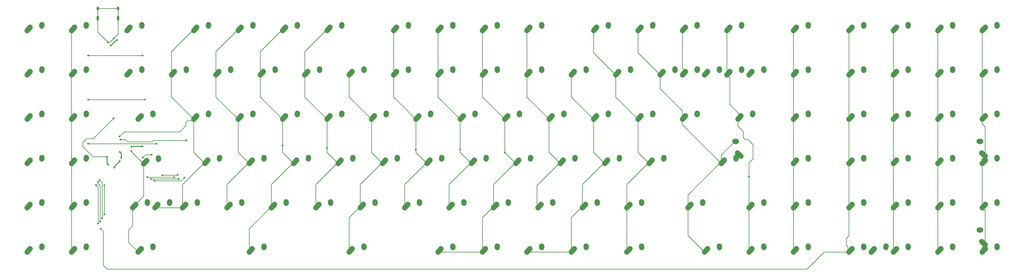
<source format=gtl>
G04 #@! TF.GenerationSoftware,KiCad,Pcbnew,(5.0.0-rc2-dev-733-g23a9fcd91)*
G04 #@! TF.CreationDate,2018-05-31T02:42:35-04:00*
G04 #@! TF.ProjectId,100plus,313030706C75732E6B696361645F7063,rev?*
G04 #@! TF.SameCoordinates,Original*
G04 #@! TF.FileFunction,Copper,L1,Top,Signal*
G04 #@! TF.FilePolarity,Positive*
%FSLAX45Y45*%
G04 Gerber Fmt 4.5, Leading zero omitted, Abs format (unit mm)*
G04 Created by KiCad (PCBNEW (5.0.0-rc2-dev-733-g23a9fcd91)) date 05/31/18 02:42:35*
%MOMM*%
%LPD*%
G01*
G04 APERTURE LIST*
%ADD10C,2.250000*%
%ADD11C,2.250000*%
%ADD12O,1.000000X2.100000*%
%ADD13O,1.000000X1.600000*%
%ADD14C,0.800000*%
%ADD15C,0.250000*%
%ADD16C,0.400000*%
G04 APERTURE END LIST*
D10*
X11682000Y-14300625D03*
D11*
X11680000Y-14329625D02*
X11684000Y-14271625D01*
D10*
X11684000Y-14271625D03*
X11114500Y-14452625D03*
D11*
X11049000Y-14525625D02*
X11180000Y-14379625D01*
D10*
X11180000Y-14379625D03*
X35945000Y-14363750D03*
X35879500Y-14436750D03*
D11*
X35814000Y-14509750D02*
X35945000Y-14363750D01*
D10*
X36449000Y-14255750D03*
X36447000Y-14284750D03*
D11*
X36445000Y-14313750D02*
X36449000Y-14255750D01*
D12*
X9085380Y-8259900D03*
X9949380Y-8259900D03*
D13*
X9085380Y-7841900D03*
X9949380Y-7841900D03*
D10*
X6179375Y-8648750D03*
X6113875Y-8721750D03*
D11*
X6048375Y-8794750D02*
X6179375Y-8648750D01*
D10*
X6683375Y-8540750D03*
X6681375Y-8569750D03*
D11*
X6679375Y-8598750D02*
X6683375Y-8540750D01*
D10*
X8084375Y-8648750D03*
X8018875Y-8721750D03*
D11*
X7953375Y-8794750D02*
X8084375Y-8648750D01*
D10*
X8588375Y-8540750D03*
X8586375Y-8569750D03*
D11*
X8584375Y-8598750D02*
X8588375Y-8540750D01*
D10*
X10967625Y-8569750D03*
D11*
X10965625Y-8598750D02*
X10969625Y-8540750D01*
D10*
X10969625Y-8540750D03*
X10400125Y-8721750D03*
D11*
X10334625Y-8794750D02*
X10465625Y-8648750D01*
D10*
X10465625Y-8648750D03*
X13323125Y-8648750D03*
X13257625Y-8721750D03*
D11*
X13192125Y-8794750D02*
X13323125Y-8648750D01*
D10*
X13827125Y-8540750D03*
X13825125Y-8569750D03*
D11*
X13823125Y-8598750D02*
X13827125Y-8540750D01*
D10*
X15228125Y-8648750D03*
X15162625Y-8721750D03*
D11*
X15097125Y-8794750D02*
X15228125Y-8648750D01*
D10*
X15732125Y-8540750D03*
X15730125Y-8569750D03*
D11*
X15728125Y-8598750D02*
X15732125Y-8540750D01*
D10*
X17635125Y-8569750D03*
D11*
X17633125Y-8598750D02*
X17637125Y-8540750D01*
D10*
X17637125Y-8540750D03*
X17067625Y-8721750D03*
D11*
X17002125Y-8794750D02*
X17133125Y-8648750D01*
D10*
X17133125Y-8648750D03*
X19540125Y-8569750D03*
D11*
X19538125Y-8598750D02*
X19542125Y-8540750D01*
D10*
X19542125Y-8540750D03*
X18972625Y-8721750D03*
D11*
X18907125Y-8794750D02*
X19038125Y-8648750D01*
D10*
X19038125Y-8648750D03*
X21895625Y-8648750D03*
X21830125Y-8721750D03*
D11*
X21764625Y-8794750D02*
X21895625Y-8648750D01*
D10*
X22399625Y-8540750D03*
X22397625Y-8569750D03*
D11*
X22395625Y-8598750D02*
X22399625Y-8540750D01*
D10*
X24302625Y-8569750D03*
D11*
X24300625Y-8598750D02*
X24304625Y-8540750D01*
D10*
X24304625Y-8540750D03*
X23735125Y-8721750D03*
D11*
X23669625Y-8794750D02*
X23800625Y-8648750D01*
D10*
X23800625Y-8648750D03*
X25705625Y-8648750D03*
X25640125Y-8721750D03*
D11*
X25574625Y-8794750D02*
X25705625Y-8648750D01*
D10*
X26209625Y-8540750D03*
X26207625Y-8569750D03*
D11*
X26205625Y-8598750D02*
X26209625Y-8540750D01*
D10*
X27610625Y-8648750D03*
X27545125Y-8721750D03*
D11*
X27479625Y-8794750D02*
X27610625Y-8648750D01*
D10*
X28114625Y-8540750D03*
X28112625Y-8569750D03*
D11*
X28110625Y-8598750D02*
X28114625Y-8540750D01*
D10*
X30970125Y-8569750D03*
D11*
X30968125Y-8598750D02*
X30972125Y-8540750D01*
D10*
X30972125Y-8540750D03*
X30402625Y-8721750D03*
D11*
X30337125Y-8794750D02*
X30468125Y-8648750D01*
D10*
X30468125Y-8648750D03*
X32373125Y-8648750D03*
X32307625Y-8721750D03*
D11*
X32242125Y-8794750D02*
X32373125Y-8648750D01*
D10*
X32877125Y-8540750D03*
X32875125Y-8569750D03*
D11*
X32873125Y-8598750D02*
X32877125Y-8540750D01*
D10*
X34780125Y-8569750D03*
D11*
X34778125Y-8598750D02*
X34782125Y-8540750D01*
D10*
X34782125Y-8540750D03*
X34212625Y-8721750D03*
D11*
X34147125Y-8794750D02*
X34278125Y-8648750D01*
D10*
X34278125Y-8648750D03*
X36685125Y-8569750D03*
D11*
X36683125Y-8598750D02*
X36687125Y-8540750D01*
D10*
X36687125Y-8540750D03*
X36117625Y-8721750D03*
D11*
X36052125Y-8794750D02*
X36183125Y-8648750D01*
D10*
X36183125Y-8648750D03*
X39040625Y-8648750D03*
X38975125Y-8721750D03*
D11*
X38909625Y-8794750D02*
X39040625Y-8648750D01*
D10*
X39544625Y-8540750D03*
X39542625Y-8569750D03*
D11*
X39540625Y-8598750D02*
X39544625Y-8540750D01*
D10*
X41421875Y-8648750D03*
X41356375Y-8721750D03*
D11*
X41290875Y-8794750D02*
X41421875Y-8648750D01*
D10*
X41925875Y-8540750D03*
X41923875Y-8569750D03*
D11*
X41921875Y-8598750D02*
X41925875Y-8540750D01*
D10*
X43326875Y-8648750D03*
X43261375Y-8721750D03*
D11*
X43195875Y-8794750D02*
X43326875Y-8648750D01*
D10*
X43830875Y-8540750D03*
X43828875Y-8569750D03*
D11*
X43826875Y-8598750D02*
X43830875Y-8540750D01*
D10*
X45733875Y-8569750D03*
D11*
X45731875Y-8598750D02*
X45735875Y-8540750D01*
D10*
X45735875Y-8540750D03*
X45166375Y-8721750D03*
D11*
X45100875Y-8794750D02*
X45231875Y-8648750D01*
D10*
X45231875Y-8648750D03*
X47638875Y-8569750D03*
D11*
X47636875Y-8598750D02*
X47640875Y-8540750D01*
D10*
X47640875Y-8540750D03*
X47071375Y-8721750D03*
D11*
X47005875Y-8794750D02*
X47136875Y-8648750D01*
D10*
X47136875Y-8648750D03*
X6681375Y-10474750D03*
D11*
X6679375Y-10503750D02*
X6683375Y-10445750D01*
D10*
X6683375Y-10445750D03*
X6113875Y-10626750D03*
D11*
X6048375Y-10699750D02*
X6179375Y-10553750D01*
D10*
X6179375Y-10553750D03*
X8084375Y-10553750D03*
X8018875Y-10626750D03*
D11*
X7953375Y-10699750D02*
X8084375Y-10553750D01*
D10*
X8588375Y-10445750D03*
X8586375Y-10474750D03*
D11*
X8584375Y-10503750D02*
X8588375Y-10445750D01*
D10*
X10967625Y-10474750D03*
D11*
X10965625Y-10503750D02*
X10969625Y-10445750D01*
D10*
X10969625Y-10445750D03*
X10400125Y-10626750D03*
D11*
X10334625Y-10699750D02*
X10465625Y-10553750D01*
D10*
X10465625Y-10553750D03*
X12370625Y-10553750D03*
X12305125Y-10626750D03*
D11*
X12239625Y-10699750D02*
X12370625Y-10553750D01*
D10*
X12874625Y-10445750D03*
X12872625Y-10474750D03*
D11*
X12870625Y-10503750D02*
X12874625Y-10445750D01*
D10*
X14275625Y-10553750D03*
X14210125Y-10626750D03*
D11*
X14144625Y-10699750D02*
X14275625Y-10553750D01*
D10*
X14779625Y-10445750D03*
X14777625Y-10474750D03*
D11*
X14775625Y-10503750D02*
X14779625Y-10445750D01*
D10*
X16682625Y-10474750D03*
D11*
X16680625Y-10503750D02*
X16684625Y-10445750D01*
D10*
X16684625Y-10445750D03*
X16115125Y-10626750D03*
D11*
X16049625Y-10699750D02*
X16180625Y-10553750D01*
D10*
X16180625Y-10553750D03*
X18587625Y-10474750D03*
D11*
X18585625Y-10503750D02*
X18589625Y-10445750D01*
D10*
X18589625Y-10445750D03*
X18020125Y-10626750D03*
D11*
X17954625Y-10699750D02*
X18085625Y-10553750D01*
D10*
X18085625Y-10553750D03*
X19990625Y-10553750D03*
X19925125Y-10626750D03*
D11*
X19859625Y-10699750D02*
X19990625Y-10553750D01*
D10*
X20494625Y-10445750D03*
X20492625Y-10474750D03*
D11*
X20490625Y-10503750D02*
X20494625Y-10445750D01*
D10*
X22397625Y-10474750D03*
D11*
X22395625Y-10503750D02*
X22399625Y-10445750D01*
D10*
X22399625Y-10445750D03*
X21830125Y-10626750D03*
D11*
X21764625Y-10699750D02*
X21895625Y-10553750D01*
D10*
X21895625Y-10553750D03*
X23800625Y-10553750D03*
X23735125Y-10626750D03*
D11*
X23669625Y-10699750D02*
X23800625Y-10553750D01*
D10*
X24304625Y-10445750D03*
X24302625Y-10474750D03*
D11*
X24300625Y-10503750D02*
X24304625Y-10445750D01*
D10*
X26207625Y-10474750D03*
D11*
X26205625Y-10503750D02*
X26209625Y-10445750D01*
D10*
X26209625Y-10445750D03*
X25640125Y-10626750D03*
D11*
X25574625Y-10699750D02*
X25705625Y-10553750D01*
D10*
X25705625Y-10553750D03*
X28112625Y-10474750D03*
D11*
X28110625Y-10503750D02*
X28114625Y-10445750D01*
D10*
X28114625Y-10445750D03*
X27545125Y-10626750D03*
D11*
X27479625Y-10699750D02*
X27610625Y-10553750D01*
D10*
X27610625Y-10553750D03*
X29515625Y-10553750D03*
X29450125Y-10626750D03*
D11*
X29384625Y-10699750D02*
X29515625Y-10553750D01*
D10*
X30019625Y-10445750D03*
X30017625Y-10474750D03*
D11*
X30015625Y-10503750D02*
X30019625Y-10445750D01*
D10*
X31922625Y-10474750D03*
D11*
X31920625Y-10503750D02*
X31924625Y-10445750D01*
D10*
X31924625Y-10445750D03*
X31355125Y-10626750D03*
D11*
X31289625Y-10699750D02*
X31420625Y-10553750D01*
D10*
X31420625Y-10553750D03*
X33325625Y-10553750D03*
X33260125Y-10626750D03*
D11*
X33194625Y-10699750D02*
X33325625Y-10553750D01*
D10*
X33829625Y-10445750D03*
X33827625Y-10474750D03*
D11*
X33825625Y-10503750D02*
X33829625Y-10445750D01*
D10*
X35230625Y-10553750D03*
X35165125Y-10626750D03*
D11*
X35099625Y-10699750D02*
X35230625Y-10553750D01*
D10*
X35734625Y-10445750D03*
X35732625Y-10474750D03*
D11*
X35730625Y-10503750D02*
X35734625Y-10445750D01*
D10*
X37135625Y-10553750D03*
X37070125Y-10626750D03*
D11*
X37004625Y-10699750D02*
X37135625Y-10553750D01*
D10*
X37639625Y-10445750D03*
X37637625Y-10474750D03*
D11*
X37635625Y-10503750D02*
X37639625Y-10445750D01*
D10*
X39542625Y-10474750D03*
D11*
X39540625Y-10503750D02*
X39544625Y-10445750D01*
D10*
X39544625Y-10445750D03*
X38975125Y-10626750D03*
D11*
X38909625Y-10699750D02*
X39040625Y-10553750D01*
D10*
X39040625Y-10553750D03*
X41923875Y-10474750D03*
D11*
X41921875Y-10503750D02*
X41925875Y-10445750D01*
D10*
X41925875Y-10445750D03*
X41356375Y-10626750D03*
D11*
X41290875Y-10699750D02*
X41421875Y-10553750D01*
D10*
X41421875Y-10553750D03*
X43326875Y-10553750D03*
X43261375Y-10626750D03*
D11*
X43195875Y-10699750D02*
X43326875Y-10553750D01*
D10*
X43830875Y-10445750D03*
X43828875Y-10474750D03*
D11*
X43826875Y-10503750D02*
X43830875Y-10445750D01*
D10*
X45231875Y-10553750D03*
X45166375Y-10626750D03*
D11*
X45100875Y-10699750D02*
X45231875Y-10553750D01*
D10*
X45735875Y-10445750D03*
X45733875Y-10474750D03*
D11*
X45731875Y-10503750D02*
X45735875Y-10445750D01*
D10*
X47136875Y-10553750D03*
X47071375Y-10626750D03*
D11*
X47005875Y-10699750D02*
X47136875Y-10553750D01*
D10*
X47640875Y-10445750D03*
X47638875Y-10474750D03*
D11*
X47636875Y-10503750D02*
X47640875Y-10445750D01*
D10*
X6681375Y-12379750D03*
D11*
X6679375Y-12408750D02*
X6683375Y-12350750D01*
D10*
X6683375Y-12350750D03*
X6113875Y-12531750D03*
D11*
X6048375Y-12604750D02*
X6179375Y-12458750D01*
D10*
X6179375Y-12458750D03*
X8084375Y-12458750D03*
X8018875Y-12531750D03*
D11*
X7953375Y-12604750D02*
X8084375Y-12458750D01*
D10*
X8588375Y-12350750D03*
X8586375Y-12379750D03*
D11*
X8584375Y-12408750D02*
X8588375Y-12350750D01*
D10*
X11443875Y-12379750D03*
D11*
X11441875Y-12408750D02*
X11445875Y-12350750D01*
D10*
X11445875Y-12350750D03*
X10876375Y-12531750D03*
D11*
X10810875Y-12604750D02*
X10941875Y-12458750D01*
D10*
X10941875Y-12458750D03*
X13323125Y-12458750D03*
X13257625Y-12531750D03*
D11*
X13192125Y-12604750D02*
X13323125Y-12458750D01*
D10*
X13827125Y-12350750D03*
X13825125Y-12379750D03*
D11*
X13823125Y-12408750D02*
X13827125Y-12350750D01*
D10*
X15228125Y-12458750D03*
X15162625Y-12531750D03*
D11*
X15097125Y-12604750D02*
X15228125Y-12458750D01*
D10*
X15732125Y-12350750D03*
X15730125Y-12379750D03*
D11*
X15728125Y-12408750D02*
X15732125Y-12350750D01*
D10*
X17635125Y-12379750D03*
D11*
X17633125Y-12408750D02*
X17637125Y-12350750D01*
D10*
X17637125Y-12350750D03*
X17067625Y-12531750D03*
D11*
X17002125Y-12604750D02*
X17133125Y-12458750D01*
D10*
X17133125Y-12458750D03*
X19540125Y-12379750D03*
D11*
X19538125Y-12408750D02*
X19542125Y-12350750D01*
D10*
X19542125Y-12350750D03*
X18972625Y-12531750D03*
D11*
X18907125Y-12604750D02*
X19038125Y-12458750D01*
D10*
X19038125Y-12458750D03*
X20943125Y-12458750D03*
X20877625Y-12531750D03*
D11*
X20812125Y-12604750D02*
X20943125Y-12458750D01*
D10*
X21447125Y-12350750D03*
X21445125Y-12379750D03*
D11*
X21443125Y-12408750D02*
X21447125Y-12350750D01*
D10*
X22848125Y-12458750D03*
X22782625Y-12531750D03*
D11*
X22717125Y-12604750D02*
X22848125Y-12458750D01*
D10*
X23352125Y-12350750D03*
X23350125Y-12379750D03*
D11*
X23348125Y-12408750D02*
X23352125Y-12350750D01*
D10*
X24753125Y-12458750D03*
X24687625Y-12531750D03*
D11*
X24622125Y-12604750D02*
X24753125Y-12458750D01*
D10*
X25257125Y-12350750D03*
X25255125Y-12379750D03*
D11*
X25253125Y-12408750D02*
X25257125Y-12350750D01*
D10*
X27160125Y-12379750D03*
D11*
X27158125Y-12408750D02*
X27162125Y-12350750D01*
D10*
X27162125Y-12350750D03*
X26592625Y-12531750D03*
D11*
X26527125Y-12604750D02*
X26658125Y-12458750D01*
D10*
X26658125Y-12458750D03*
X29065125Y-12379750D03*
D11*
X29063125Y-12408750D02*
X29067125Y-12350750D01*
D10*
X29067125Y-12350750D03*
X28497625Y-12531750D03*
D11*
X28432125Y-12604750D02*
X28563125Y-12458750D01*
D10*
X28563125Y-12458750D03*
X30468125Y-12458750D03*
X30402625Y-12531750D03*
D11*
X30337125Y-12604750D02*
X30468125Y-12458750D01*
D10*
X30972125Y-12350750D03*
X30970125Y-12379750D03*
D11*
X30968125Y-12408750D02*
X30972125Y-12350750D01*
D10*
X32373125Y-12458750D03*
X32307625Y-12531750D03*
D11*
X32242125Y-12604750D02*
X32373125Y-12458750D01*
D10*
X32877125Y-12350750D03*
X32875125Y-12379750D03*
D11*
X32873125Y-12408750D02*
X32877125Y-12350750D01*
D10*
X34780125Y-12379750D03*
D11*
X34778125Y-12408750D02*
X34782125Y-12350750D01*
D10*
X34782125Y-12350750D03*
X34212625Y-12531750D03*
D11*
X34147125Y-12604750D02*
X34278125Y-12458750D01*
D10*
X34278125Y-12458750D03*
X37161375Y-12379750D03*
D11*
X37159375Y-12408750D02*
X37163375Y-12350750D01*
D10*
X37163375Y-12350750D03*
X36593875Y-12531750D03*
D11*
X36528375Y-12604750D02*
X36659375Y-12458750D01*
D10*
X36659375Y-12458750D03*
X39542625Y-12379750D03*
D11*
X39540625Y-12408750D02*
X39544625Y-12350750D01*
D10*
X39544625Y-12350750D03*
X38975125Y-12531750D03*
D11*
X38909625Y-12604750D02*
X39040625Y-12458750D01*
D10*
X39040625Y-12458750D03*
X41421875Y-12458750D03*
X41356375Y-12531750D03*
D11*
X41290875Y-12604750D02*
X41421875Y-12458750D01*
D10*
X41925875Y-12350750D03*
X41923875Y-12379750D03*
D11*
X41921875Y-12408750D02*
X41925875Y-12350750D01*
D10*
X43326875Y-12458750D03*
X43261375Y-12531750D03*
D11*
X43195875Y-12604750D02*
X43326875Y-12458750D01*
D10*
X43830875Y-12350750D03*
X43828875Y-12379750D03*
D11*
X43826875Y-12408750D02*
X43830875Y-12350750D01*
D10*
X45733875Y-12379750D03*
D11*
X45731875Y-12408750D02*
X45735875Y-12350750D01*
D10*
X45735875Y-12350750D03*
X45166375Y-12531750D03*
D11*
X45100875Y-12604750D02*
X45231875Y-12458750D01*
D10*
X45231875Y-12458750D03*
X47136875Y-12458750D03*
X47071375Y-12531750D03*
D11*
X47005875Y-12604750D02*
X47136875Y-12458750D01*
D10*
X47640875Y-12350750D03*
X47638875Y-12379750D03*
D11*
X47636875Y-12408750D02*
X47640875Y-12350750D01*
D10*
X46986875Y-14061250D03*
X47059875Y-14126750D03*
D11*
X47132875Y-14192250D02*
X46986875Y-14061250D01*
D10*
X46878875Y-13557250D03*
X46907875Y-13559250D03*
D11*
X46936875Y-13561250D02*
X46878875Y-13557250D01*
D10*
X6179375Y-14363750D03*
X6113875Y-14436750D03*
D11*
X6048375Y-14509750D02*
X6179375Y-14363750D01*
D10*
X6683375Y-14255750D03*
X6681375Y-14284750D03*
D11*
X6679375Y-14313750D02*
X6683375Y-14255750D01*
D10*
X8586375Y-14284750D03*
D11*
X8584375Y-14313750D02*
X8588375Y-14255750D01*
D10*
X8588375Y-14255750D03*
X8018875Y-14436750D03*
D11*
X7953375Y-14509750D02*
X8084375Y-14363750D01*
D10*
X8084375Y-14363750D03*
X14301375Y-14284750D03*
D11*
X14299375Y-14313750D02*
X14303375Y-14255750D01*
D10*
X14303375Y-14255750D03*
X13733875Y-14436750D03*
D11*
X13668375Y-14509750D02*
X13799375Y-14363750D01*
D10*
X13799375Y-14363750D03*
X15704375Y-14363750D03*
X15638875Y-14436750D03*
D11*
X15573375Y-14509750D02*
X15704375Y-14363750D01*
D10*
X16208375Y-14255750D03*
X16206375Y-14284750D03*
D11*
X16204375Y-14313750D02*
X16208375Y-14255750D01*
D10*
X17609375Y-14363750D03*
X17543875Y-14436750D03*
D11*
X17478375Y-14509750D02*
X17609375Y-14363750D01*
D10*
X18113375Y-14255750D03*
X18111375Y-14284750D03*
D11*
X18109375Y-14313750D02*
X18113375Y-14255750D01*
D10*
X20016375Y-14284750D03*
D11*
X20014375Y-14313750D02*
X20018375Y-14255750D01*
D10*
X20018375Y-14255750D03*
X19448875Y-14436750D03*
D11*
X19383375Y-14509750D02*
X19514375Y-14363750D01*
D10*
X19514375Y-14363750D03*
X21419375Y-14363750D03*
X21353875Y-14436750D03*
D11*
X21288375Y-14509750D02*
X21419375Y-14363750D01*
D10*
X21923375Y-14255750D03*
X21921375Y-14284750D03*
D11*
X21919375Y-14313750D02*
X21923375Y-14255750D01*
D10*
X23324375Y-14363750D03*
X23258875Y-14436750D03*
D11*
X23193375Y-14509750D02*
X23324375Y-14363750D01*
D10*
X23828375Y-14255750D03*
X23826375Y-14284750D03*
D11*
X23824375Y-14313750D02*
X23828375Y-14255750D01*
D10*
X25229375Y-14363750D03*
X25163875Y-14436750D03*
D11*
X25098375Y-14509750D02*
X25229375Y-14363750D01*
D10*
X25733375Y-14255750D03*
X25731375Y-14284750D03*
D11*
X25729375Y-14313750D02*
X25733375Y-14255750D01*
D10*
X27636375Y-14284750D03*
D11*
X27634375Y-14313750D02*
X27638375Y-14255750D01*
D10*
X27638375Y-14255750D03*
X27068875Y-14436750D03*
D11*
X27003375Y-14509750D02*
X27134375Y-14363750D01*
D10*
X27134375Y-14363750D03*
X29541375Y-14284750D03*
D11*
X29539375Y-14313750D02*
X29543375Y-14255750D01*
D10*
X29543375Y-14255750D03*
X28973875Y-14436750D03*
D11*
X28908375Y-14509750D02*
X29039375Y-14363750D01*
D10*
X29039375Y-14363750D03*
X30944375Y-14363750D03*
X30878875Y-14436750D03*
D11*
X30813375Y-14509750D02*
X30944375Y-14363750D01*
D10*
X31448375Y-14255750D03*
X31446375Y-14284750D03*
D11*
X31444375Y-14313750D02*
X31448375Y-14255750D01*
D10*
X33351375Y-14284750D03*
D11*
X33349375Y-14313750D02*
X33353375Y-14255750D01*
D10*
X33353375Y-14255750D03*
X32783875Y-14436750D03*
D11*
X32718375Y-14509750D02*
X32849375Y-14363750D01*
D10*
X32849375Y-14363750D03*
X39040625Y-14363750D03*
X38975125Y-14436750D03*
D11*
X38909625Y-14509750D02*
X39040625Y-14363750D01*
D10*
X39544625Y-14255750D03*
X39542625Y-14284750D03*
D11*
X39540625Y-14313750D02*
X39544625Y-14255750D01*
D10*
X41923875Y-14284750D03*
D11*
X41921875Y-14313750D02*
X41925875Y-14255750D01*
D10*
X41925875Y-14255750D03*
X41356375Y-14436750D03*
D11*
X41290875Y-14509750D02*
X41421875Y-14363750D01*
D10*
X41421875Y-14363750D03*
X43326875Y-14363750D03*
X43261375Y-14436750D03*
D11*
X43195875Y-14509750D02*
X43326875Y-14363750D01*
D10*
X43830875Y-14255750D03*
X43828875Y-14284750D03*
D11*
X43826875Y-14313750D02*
X43830875Y-14255750D01*
D10*
X45733875Y-14284750D03*
D11*
X45731875Y-14313750D02*
X45735875Y-14255750D01*
D10*
X45735875Y-14255750D03*
X45166375Y-14436750D03*
D11*
X45100875Y-14509750D02*
X45231875Y-14363750D01*
D10*
X45231875Y-14363750D03*
X47136875Y-14363750D03*
X47071375Y-14436750D03*
D11*
X47005875Y-14509750D02*
X47136875Y-14363750D01*
D10*
X47640875Y-14255750D03*
X47638875Y-14284750D03*
D11*
X47636875Y-14313750D02*
X47640875Y-14255750D01*
D10*
X6681375Y-16189750D03*
D11*
X6679375Y-16218750D02*
X6683375Y-16160750D01*
D10*
X6683375Y-16160750D03*
X6113875Y-16341750D03*
D11*
X6048375Y-16414750D02*
X6179375Y-16268750D01*
D10*
X6179375Y-16268750D03*
X8084375Y-16268750D03*
X8018875Y-16341750D03*
D11*
X7953375Y-16414750D02*
X8084375Y-16268750D01*
D10*
X8588375Y-16160750D03*
X8586375Y-16189750D03*
D11*
X8584375Y-16218750D02*
X8588375Y-16160750D01*
D10*
X11205750Y-16189750D03*
D11*
X11203750Y-16218750D02*
X11207750Y-16160750D01*
D10*
X11207750Y-16160750D03*
X10638250Y-16341750D03*
D11*
X10572750Y-16414750D02*
X10703750Y-16268750D01*
D10*
X10703750Y-16268750D03*
X12158250Y-16189750D03*
D11*
X12156250Y-16218750D02*
X12160250Y-16160750D01*
D10*
X12160250Y-16160750D03*
X11590750Y-16341750D03*
D11*
X11525250Y-16414750D02*
X11656250Y-16268750D01*
D10*
X11656250Y-16268750D03*
X15253875Y-16189750D03*
D11*
X15251875Y-16218750D02*
X15255875Y-16160750D01*
D10*
X15255875Y-16160750D03*
X14686375Y-16341750D03*
D11*
X14620875Y-16414750D02*
X14751875Y-16268750D01*
D10*
X14751875Y-16268750D03*
X17158875Y-16189750D03*
D11*
X17156875Y-16218750D02*
X17160875Y-16160750D01*
D10*
X17160875Y-16160750D03*
X16591375Y-16341750D03*
D11*
X16525875Y-16414750D02*
X16656875Y-16268750D01*
D10*
X16656875Y-16268750D03*
X18561875Y-16268750D03*
X18496375Y-16341750D03*
D11*
X18430875Y-16414750D02*
X18561875Y-16268750D01*
D10*
X19065875Y-16160750D03*
X19063875Y-16189750D03*
D11*
X19061875Y-16218750D02*
X19065875Y-16160750D01*
D10*
X20968875Y-16189750D03*
D11*
X20966875Y-16218750D02*
X20970875Y-16160750D01*
D10*
X20970875Y-16160750D03*
X20401375Y-16341750D03*
D11*
X20335875Y-16414750D02*
X20466875Y-16268750D01*
D10*
X20466875Y-16268750D03*
X22371875Y-16268750D03*
X22306375Y-16341750D03*
D11*
X22240875Y-16414750D02*
X22371875Y-16268750D01*
D10*
X22875875Y-16160750D03*
X22873875Y-16189750D03*
D11*
X22871875Y-16218750D02*
X22875875Y-16160750D01*
D10*
X24778875Y-16189750D03*
D11*
X24776875Y-16218750D02*
X24780875Y-16160750D01*
D10*
X24780875Y-16160750D03*
X24211375Y-16341750D03*
D11*
X24145875Y-16414750D02*
X24276875Y-16268750D01*
D10*
X24276875Y-16268750D03*
X26181875Y-16268750D03*
X26116375Y-16341750D03*
D11*
X26050875Y-16414750D02*
X26181875Y-16268750D01*
D10*
X26685875Y-16160750D03*
X26683875Y-16189750D03*
D11*
X26681875Y-16218750D02*
X26685875Y-16160750D01*
D10*
X28588875Y-16189750D03*
D11*
X28586875Y-16218750D02*
X28590875Y-16160750D01*
D10*
X28590875Y-16160750D03*
X28021375Y-16341750D03*
D11*
X27955875Y-16414750D02*
X28086875Y-16268750D01*
D10*
X28086875Y-16268750D03*
X29991875Y-16268750D03*
X29926375Y-16341750D03*
D11*
X29860875Y-16414750D02*
X29991875Y-16268750D01*
D10*
X30495875Y-16160750D03*
X30493875Y-16189750D03*
D11*
X30491875Y-16218750D02*
X30495875Y-16160750D01*
D10*
X31896875Y-16268750D03*
X31831375Y-16341750D03*
D11*
X31765875Y-16414750D02*
X31896875Y-16268750D01*
D10*
X32400875Y-16160750D03*
X32398875Y-16189750D03*
D11*
X32396875Y-16218750D02*
X32400875Y-16160750D01*
D10*
X35018250Y-16189750D03*
D11*
X35016250Y-16218750D02*
X35020250Y-16160750D01*
D10*
X35020250Y-16160750D03*
X34450750Y-16341750D03*
D11*
X34385250Y-16414750D02*
X34516250Y-16268750D01*
D10*
X34516250Y-16268750D03*
X37637625Y-16189750D03*
D11*
X37635625Y-16218750D02*
X37639625Y-16160750D01*
D10*
X37639625Y-16160750D03*
X37070125Y-16341750D03*
D11*
X37004625Y-16414750D02*
X37135625Y-16268750D01*
D10*
X37135625Y-16268750D03*
X39040625Y-16268750D03*
X38975125Y-16341750D03*
D11*
X38909625Y-16414750D02*
X39040625Y-16268750D01*
D10*
X39544625Y-16160750D03*
X39542625Y-16189750D03*
D11*
X39540625Y-16218750D02*
X39544625Y-16160750D01*
D10*
X41923875Y-16189750D03*
D11*
X41921875Y-16218750D02*
X41925875Y-16160750D01*
D10*
X41925875Y-16160750D03*
X41356375Y-16341750D03*
D11*
X41290875Y-16414750D02*
X41421875Y-16268750D01*
D10*
X41421875Y-16268750D03*
X43326875Y-16268750D03*
X43261375Y-16341750D03*
D11*
X43195875Y-16414750D02*
X43326875Y-16268750D01*
D10*
X43830875Y-16160750D03*
X43828875Y-16189750D03*
D11*
X43826875Y-16218750D02*
X43830875Y-16160750D01*
D10*
X45733875Y-16189750D03*
D11*
X45731875Y-16218750D02*
X45735875Y-16160750D01*
D10*
X45735875Y-16160750D03*
X45166375Y-16341750D03*
D11*
X45100875Y-16414750D02*
X45231875Y-16268750D01*
D10*
X45231875Y-16268750D03*
X47638875Y-16189750D03*
D11*
X47636875Y-16218750D02*
X47640875Y-16160750D01*
D10*
X47640875Y-16160750D03*
X47071375Y-16341750D03*
D11*
X47005875Y-16414750D02*
X47136875Y-16268750D01*
D10*
X47136875Y-16268750D03*
X13348875Y-16189750D03*
D11*
X13346875Y-16218750D02*
X13350875Y-16160750D01*
D10*
X13350875Y-16160750D03*
X12781375Y-16341750D03*
D11*
X12715875Y-16414750D02*
X12846875Y-16268750D01*
D10*
X12846875Y-16268750D03*
X46907875Y-17369250D03*
D11*
X46936875Y-17371250D02*
X46878875Y-17367250D01*
D10*
X46878875Y-17367250D03*
X47059875Y-17936750D03*
D11*
X47132875Y-18002250D02*
X46986875Y-17871250D01*
D10*
X46986875Y-17871250D03*
X24302625Y-18094750D03*
D11*
X24300625Y-18123750D02*
X24304625Y-18065750D01*
D10*
X24304625Y-18065750D03*
X23735125Y-18246750D03*
D11*
X23669625Y-18319750D02*
X23800625Y-18173750D01*
D10*
X23800625Y-18173750D03*
X6179375Y-18173750D03*
X6113875Y-18246750D03*
D11*
X6048375Y-18319750D02*
X6179375Y-18173750D01*
D10*
X6683375Y-18065750D03*
X6681375Y-18094750D03*
D11*
X6679375Y-18123750D02*
X6683375Y-18065750D01*
D10*
X8084375Y-18173750D03*
X8018875Y-18246750D03*
D11*
X7953375Y-18319750D02*
X8084375Y-18173750D01*
D10*
X8588375Y-18065750D03*
X8586375Y-18094750D03*
D11*
X8584375Y-18123750D02*
X8588375Y-18065750D01*
D10*
X11443875Y-18094750D03*
D11*
X11441875Y-18123750D02*
X11445875Y-18065750D01*
D10*
X11445875Y-18065750D03*
X10876375Y-18246750D03*
D11*
X10810875Y-18319750D02*
X10941875Y-18173750D01*
D10*
X10941875Y-18173750D03*
X15704375Y-18173750D03*
X15638875Y-18246750D03*
D11*
X15573375Y-18319750D02*
X15704375Y-18173750D01*
D10*
X16208375Y-18065750D03*
X16206375Y-18094750D03*
D11*
X16204375Y-18123750D02*
X16208375Y-18065750D01*
D10*
X20492625Y-18094750D03*
D11*
X20490625Y-18123750D02*
X20494625Y-18065750D01*
D10*
X20494625Y-18065750D03*
X19925125Y-18246750D03*
D11*
X19859625Y-18319750D02*
X19990625Y-18173750D01*
D10*
X19990625Y-18173750D03*
X26207625Y-18094750D03*
D11*
X26205625Y-18123750D02*
X26209625Y-18065750D01*
D10*
X26209625Y-18065750D03*
X25640125Y-18246750D03*
D11*
X25574625Y-18319750D02*
X25705625Y-18173750D01*
D10*
X25705625Y-18173750D03*
X30017625Y-18094750D03*
D11*
X30015625Y-18123750D02*
X30019625Y-18065750D01*
D10*
X30019625Y-18065750D03*
X29450125Y-18246750D03*
D11*
X29384625Y-18319750D02*
X29515625Y-18173750D01*
D10*
X29515625Y-18173750D03*
X32398875Y-18094750D03*
D11*
X32396875Y-18123750D02*
X32400875Y-18065750D01*
D10*
X32400875Y-18065750D03*
X31831375Y-18246750D03*
D11*
X31765875Y-18319750D02*
X31896875Y-18173750D01*
D10*
X31896875Y-18173750D03*
X35732625Y-18094750D03*
D11*
X35730625Y-18123750D02*
X35734625Y-18065750D01*
D10*
X35734625Y-18065750D03*
X35165125Y-18246750D03*
D11*
X35099625Y-18319750D02*
X35230625Y-18173750D01*
D10*
X35230625Y-18173750D03*
X37637625Y-18094750D03*
D11*
X37635625Y-18123750D02*
X37639625Y-18065750D01*
D10*
X37639625Y-18065750D03*
X37070125Y-18246750D03*
D11*
X37004625Y-18319750D02*
X37135625Y-18173750D01*
D10*
X37135625Y-18173750D03*
X39542625Y-18094750D03*
D11*
X39540625Y-18123750D02*
X39544625Y-18065750D01*
D10*
X39544625Y-18065750D03*
X38975125Y-18246750D03*
D11*
X38909625Y-18319750D02*
X39040625Y-18173750D01*
D10*
X39040625Y-18173750D03*
X41923875Y-18094750D03*
D11*
X41921875Y-18123750D02*
X41925875Y-18065750D01*
D10*
X41925875Y-18065750D03*
X41356375Y-18246750D03*
D11*
X41290875Y-18319750D02*
X41421875Y-18173750D01*
D10*
X41421875Y-18173750D03*
X43828875Y-18094750D03*
D11*
X43826875Y-18123750D02*
X43830875Y-18065750D01*
D10*
X43830875Y-18065750D03*
X43261375Y-18246750D03*
D11*
X43195875Y-18319750D02*
X43326875Y-18173750D01*
D10*
X43326875Y-18173750D03*
X45231875Y-18173750D03*
X45166375Y-18246750D03*
D11*
X45100875Y-18319750D02*
X45231875Y-18173750D01*
D10*
X45735875Y-18065750D03*
X45733875Y-18094750D03*
D11*
X45731875Y-18123750D02*
X45735875Y-18065750D01*
D10*
X47638875Y-18094750D03*
D11*
X47636875Y-18123750D02*
X47640875Y-18065750D01*
D10*
X47640875Y-18065750D03*
X47071375Y-18246750D03*
D11*
X47005875Y-18319750D02*
X47136875Y-18173750D01*
D10*
X47136875Y-18173750D03*
X27610625Y-18173750D03*
X27545125Y-18246750D03*
D11*
X27479625Y-18319750D02*
X27610625Y-18173750D01*
D10*
X28114625Y-18065750D03*
X28112625Y-18094750D03*
D11*
X28110625Y-18123750D02*
X28114625Y-18065750D01*
D10*
X42876375Y-18094750D03*
D11*
X42874375Y-18123750D02*
X42878375Y-18065750D01*
D10*
X42878375Y-18065750D03*
X42308875Y-18246750D03*
D11*
X42243375Y-18319750D02*
X42374375Y-18173750D01*
D10*
X42374375Y-18173750D03*
X34278125Y-10553750D03*
X34212625Y-10626750D03*
D11*
X34147125Y-10699750D02*
X34278125Y-10553750D01*
D10*
X34782125Y-10445750D03*
X34780125Y-10474750D03*
D11*
X34778125Y-10503750D02*
X34782125Y-10445750D01*
D10*
X36685125Y-10474750D03*
D11*
X36683125Y-10503750D02*
X36687125Y-10445750D01*
D10*
X36687125Y-10445750D03*
X36117625Y-10626750D03*
D11*
X36052125Y-10699750D02*
X36183125Y-10553750D01*
D10*
X36183125Y-10553750D03*
X36430375Y-13559250D03*
D11*
X36459375Y-13561250D02*
X36401375Y-13557250D01*
D10*
X36401375Y-13557250D03*
X36582375Y-14126750D03*
D11*
X36655375Y-14192250D02*
X36509375Y-14061250D01*
D10*
X36509375Y-14061250D03*
D14*
X11000000Y-9865000D03*
X8676250Y-9865000D03*
X11100000Y-11765000D03*
X8676250Y-11765000D03*
X8676250Y-13665000D03*
X11600000Y-13665000D03*
X9476000Y-14221000D03*
X9528000Y-14560000D03*
X9793000Y-14684000D03*
X10024000Y-14412000D03*
X10091000Y-14268000D03*
X10033000Y-14018000D03*
X9772000Y-9126000D03*
X9525000Y-9301625D03*
X9760000Y-12572000D03*
X9909000Y-9201000D03*
X9644000Y-9434000D03*
X10518000Y-13976000D03*
X10016000Y-13350000D03*
X10051000Y-13485000D03*
X12874000Y-13514000D03*
X11009000Y-14251000D03*
X11381000Y-14136000D03*
X17002125Y-13741000D03*
X18907125Y-13837000D03*
X11854000Y-15018000D03*
X12514000Y-15002000D03*
X22717125Y-13913500D03*
X11206000Y-15103500D03*
X12361000Y-15100500D03*
X24615125Y-13906000D03*
X11360000Y-15176000D03*
X12554000Y-15173000D03*
X26527125Y-14033500D03*
X12795000Y-15114000D03*
X11509000Y-15255000D03*
X37004625Y-15066000D03*
X9357000Y-15452000D03*
X9357000Y-16703000D03*
X9212000Y-17316000D03*
X9158000Y-15226000D03*
X9265000Y-16873000D03*
X9089627Y-15313000D03*
X9181000Y-17008000D03*
X9009000Y-15440000D03*
X9100000Y-17091000D03*
X10991000Y-13771000D03*
X10527000Y-13791000D03*
D15*
X8676250Y-9865000D02*
X11000000Y-9865000D01*
X8676250Y-11765000D02*
X11100000Y-11765000D01*
X8676250Y-13665000D02*
X10380000Y-13665000D01*
X10380000Y-13665000D02*
X11600000Y-13665000D01*
D16*
X9476000Y-14221000D02*
X9476000Y-14508000D01*
X9476000Y-14508000D02*
X9528000Y-14560000D01*
X9793000Y-14684000D02*
X9793000Y-14643000D01*
X9793000Y-14643000D02*
X10024000Y-14412000D01*
X10091000Y-14268000D02*
X10091000Y-14076000D01*
X10091000Y-14076000D02*
X10033000Y-14018000D01*
D15*
X9772000Y-9126000D02*
X9596375Y-9301625D01*
X9596375Y-9301625D02*
X9525000Y-9301625D01*
X9085380Y-8129900D02*
X9085380Y-7841900D01*
X9085380Y-8259900D02*
X9085380Y-8129900D01*
X9085380Y-7841900D02*
X9949380Y-7841900D01*
X9949380Y-7946900D02*
X9949380Y-8259900D01*
X9949380Y-7841900D02*
X9949380Y-7946900D01*
X9760000Y-12572000D02*
X8891000Y-13441000D01*
X8891000Y-13441000D02*
X8607000Y-13441000D01*
X8607000Y-13441000D02*
X8440000Y-13608000D01*
X8440000Y-13608000D02*
X8440000Y-13787000D01*
X8874000Y-14221000D02*
X9476000Y-14221000D01*
X8440000Y-13787000D02*
X8874000Y-14221000D01*
X9085380Y-8862005D02*
X9525000Y-9301625D01*
X9085380Y-8259900D02*
X9085380Y-8862005D01*
X9949380Y-8948620D02*
X9772000Y-9126000D01*
X9949380Y-8259900D02*
X9949380Y-8948620D01*
D16*
X9909000Y-9201000D02*
X9877000Y-9201000D01*
X9877000Y-9201000D02*
X9644000Y-9434000D01*
D15*
X7953375Y-8794750D02*
X7953375Y-10699750D01*
X7946375Y-12597750D02*
X7953375Y-12604750D01*
X7946375Y-10706750D02*
X7946375Y-12597750D01*
X7953375Y-10699750D02*
X7946375Y-10706750D01*
X7953375Y-12604750D02*
X7953375Y-14509750D01*
X7953375Y-14509750D02*
X7953375Y-16414750D01*
X7953375Y-18042750D02*
X7953375Y-18319750D01*
X7953375Y-16414750D02*
X7953375Y-18042750D01*
X10572750Y-16399750D02*
X10572750Y-16414750D01*
X11049000Y-15923500D02*
X10572750Y-16399750D01*
X11049000Y-14525625D02*
X11049000Y-15923500D01*
X10572750Y-16414750D02*
X10572750Y-17194250D01*
X10572750Y-17194250D02*
X10398000Y-17369000D01*
X10398000Y-17906875D02*
X10810875Y-18319750D01*
X10398000Y-17369000D02*
X10398000Y-17906875D01*
X10558000Y-14034625D02*
X11049000Y-14525625D01*
X10558000Y-14016000D02*
X10558000Y-14034625D01*
X10518000Y-13976000D02*
X10558000Y-14016000D01*
X12239625Y-9696650D02*
X12239625Y-10699750D01*
X13141525Y-8794750D02*
X12239625Y-9696650D01*
X13192125Y-8794750D02*
X13141525Y-8794750D01*
X12232625Y-11645250D02*
X13192125Y-12604750D01*
X12232625Y-10706750D02*
X12232625Y-11645250D01*
X12239625Y-10699750D02*
X12232625Y-10706750D01*
X13192125Y-14033500D02*
X13668375Y-14509750D01*
X13192125Y-12604750D02*
X13192125Y-14033500D01*
X12715875Y-15411650D02*
X12715875Y-16414750D01*
X13617775Y-14509750D02*
X12715875Y-15411650D01*
X13668375Y-14509750D02*
X13617775Y-14509750D01*
X12715875Y-16399750D02*
X12846875Y-16268750D01*
X12715875Y-16414750D02*
X12715875Y-16399750D01*
X11525250Y-16414750D02*
X12715875Y-16414750D01*
X10016000Y-13350000D02*
X10213000Y-13153000D01*
X12593275Y-13153000D02*
X12852000Y-12894275D01*
X10213000Y-13153000D02*
X12593275Y-13153000D01*
X12852000Y-12894275D02*
X12852000Y-12753000D01*
X12852000Y-12753000D02*
X12934000Y-12671000D01*
X13125875Y-12671000D02*
X13192125Y-12604750D01*
X12934000Y-12671000D02*
X13125875Y-12671000D01*
X14144625Y-9696650D02*
X14144625Y-10699750D01*
X15046525Y-8794750D02*
X14144625Y-9696650D01*
X15097125Y-8794750D02*
X15046525Y-8794750D01*
X14144625Y-11652250D02*
X15097125Y-12604750D01*
X14144625Y-10699750D02*
X14144625Y-11652250D01*
X15097125Y-14033500D02*
X15573375Y-14509750D01*
X15097125Y-12604750D02*
X15097125Y-14033500D01*
X14620875Y-15411650D02*
X14620875Y-16414750D01*
X15522775Y-14509750D02*
X14620875Y-15411650D01*
X15573375Y-14509750D02*
X15522775Y-14509750D01*
X14620875Y-16414750D02*
X14613875Y-16421750D01*
X10051000Y-13485000D02*
X10270000Y-13485000D01*
X10270000Y-13485000D02*
X10365000Y-13580000D01*
X10365000Y-13580000D02*
X11412000Y-13580000D01*
X11412000Y-13580000D02*
X11478000Y-13514000D01*
X11478000Y-13514000D02*
X12874000Y-13514000D01*
X16049625Y-9696650D02*
X16049625Y-10699750D01*
X16951525Y-8794750D02*
X16049625Y-9696650D01*
X17002125Y-8794750D02*
X16951525Y-8794750D01*
X16049625Y-11652250D02*
X17002125Y-12604750D01*
X16049625Y-10699750D02*
X16049625Y-11652250D01*
X17002125Y-14033500D02*
X17478375Y-14509750D01*
X16525875Y-15411650D02*
X16525875Y-16414750D01*
X17427775Y-14509750D02*
X16525875Y-15411650D01*
X17478375Y-14509750D02*
X17427775Y-14509750D01*
X15573375Y-17316650D02*
X15573375Y-18319750D01*
X16475275Y-16414750D02*
X15573375Y-17316650D01*
X16525875Y-16414750D02*
X16475275Y-16414750D01*
X11009000Y-14251000D02*
X11124000Y-14136000D01*
X11124000Y-14136000D02*
X11381000Y-14136000D01*
X17002125Y-12604750D02*
X17002125Y-13741000D01*
X17002125Y-13741000D02*
X17002125Y-14033500D01*
X17954625Y-9696650D02*
X17954625Y-10699750D01*
X18856525Y-8794750D02*
X17954625Y-9696650D01*
X18907125Y-8794750D02*
X18856525Y-8794750D01*
X17954625Y-11652250D02*
X18907125Y-12604750D01*
X17954625Y-10699750D02*
X17954625Y-11652250D01*
X18907125Y-14033500D02*
X19383375Y-14509750D01*
X18430875Y-15411650D02*
X18430875Y-16414750D01*
X19332775Y-14509750D02*
X18430875Y-15411650D01*
X19383375Y-14509750D02*
X19332775Y-14509750D01*
X18907125Y-12604750D02*
X18907125Y-13837000D01*
X18907125Y-13837000D02*
X18907125Y-14033500D01*
X21764625Y-10422750D02*
X21764625Y-10699750D01*
X21764625Y-8794750D02*
X21764625Y-10422750D01*
X21764625Y-11652250D02*
X22717125Y-12604750D01*
X21764625Y-10699750D02*
X21764625Y-11652250D01*
X22717125Y-14033500D02*
X23193375Y-14509750D01*
X22240875Y-15411650D02*
X22240875Y-16414750D01*
X23142775Y-14509750D02*
X22240875Y-15411650D01*
X23193375Y-14509750D02*
X23142775Y-14509750D01*
X11854000Y-15018000D02*
X12498000Y-15018000D01*
X12498000Y-15018000D02*
X12514000Y-15002000D01*
X22717125Y-12604750D02*
X22717125Y-13913500D01*
X22717125Y-13913500D02*
X22717125Y-14033500D01*
X23669625Y-10422750D02*
X23669625Y-10699750D01*
X23669625Y-8794750D02*
X23669625Y-10422750D01*
X23669625Y-11652250D02*
X24622125Y-12604750D01*
X23669625Y-10699750D02*
X23669625Y-11652250D01*
X24615125Y-14026500D02*
X25098375Y-14509750D01*
X24622125Y-12604750D02*
X24615125Y-12611750D01*
X24145875Y-15411650D02*
X24145875Y-16414750D01*
X25047775Y-14509750D02*
X24145875Y-15411650D01*
X25098375Y-14509750D02*
X25047775Y-14509750D01*
X24615125Y-12611750D02*
X24615125Y-13906000D01*
X24615125Y-13906000D02*
X24615125Y-14026500D01*
X12304431Y-15100500D02*
X12361000Y-15100500D01*
X11929000Y-15100500D02*
X12304431Y-15100500D01*
X11926000Y-15103500D02*
X11929000Y-15100500D01*
X11206000Y-15103500D02*
X11926000Y-15103500D01*
X25574625Y-10422750D02*
X25574625Y-10699750D01*
X25574625Y-8794750D02*
X25574625Y-10422750D01*
X25574625Y-11652250D02*
X26527125Y-12604750D01*
X25574625Y-10699750D02*
X25574625Y-11652250D01*
X26527125Y-14033500D02*
X27003375Y-14509750D01*
X26527125Y-12604750D02*
X26527125Y-14033500D01*
X26050875Y-15411650D02*
X26050875Y-16414750D01*
X26952775Y-14509750D02*
X26050875Y-15411650D01*
X27003375Y-14509750D02*
X26952775Y-14509750D01*
X25574625Y-16840400D02*
X25574625Y-18319750D01*
X26000275Y-16414750D02*
X25574625Y-16840400D01*
X26050875Y-16414750D02*
X26000275Y-16414750D01*
X23669625Y-18319750D02*
X25574625Y-18319750D01*
X11363000Y-15173000D02*
X11360000Y-15176000D01*
X12554000Y-15173000D02*
X11363000Y-15173000D01*
X27479625Y-10422750D02*
X27479625Y-10699750D01*
X27479625Y-8794750D02*
X27479625Y-10422750D01*
X27479625Y-11652250D02*
X28432125Y-12604750D01*
X27479625Y-10699750D02*
X27479625Y-11652250D01*
X28425125Y-14026500D02*
X28908375Y-14509750D01*
X28425125Y-12611750D02*
X28425125Y-14026500D01*
X28432125Y-12604750D02*
X28425125Y-12611750D01*
X28908375Y-14509750D02*
X28901375Y-14516750D01*
X28901375Y-14516750D02*
X28850775Y-14516750D01*
X27913000Y-16371875D02*
X27955875Y-16414750D01*
X27913000Y-15454525D02*
X27913000Y-16371875D01*
X28850775Y-14516750D02*
X27913000Y-15454525D01*
X12795000Y-15114000D02*
X12656000Y-15253000D01*
X11607000Y-15255000D02*
X11609000Y-15253000D01*
X11509000Y-15255000D02*
X11607000Y-15255000D01*
X12656000Y-15253000D02*
X11609000Y-15253000D01*
X30337125Y-9747250D02*
X31289625Y-10699750D01*
X30337125Y-8794750D02*
X30337125Y-9747250D01*
X31289625Y-11652250D02*
X32242125Y-12604750D01*
X31289625Y-10699750D02*
X31289625Y-11652250D01*
X32242125Y-14033500D02*
X32718375Y-14509750D01*
X32242125Y-12604750D02*
X32242125Y-14033500D01*
X31765875Y-15411650D02*
X31765875Y-16414750D01*
X32667775Y-14509750D02*
X31765875Y-15411650D01*
X32718375Y-14509750D02*
X32667775Y-14509750D01*
X31765875Y-18042750D02*
X31765875Y-18319750D01*
X31765875Y-16414750D02*
X31765875Y-18042750D01*
X32242125Y-9747250D02*
X33194625Y-10699750D01*
X32242125Y-8794750D02*
X32242125Y-9747250D01*
X34147125Y-12248853D02*
X34147125Y-12604750D01*
X33194625Y-11296353D02*
X34147125Y-12248853D01*
X33194625Y-10699750D02*
X33194625Y-11296353D01*
X34140125Y-12611750D02*
X34140125Y-12835875D01*
X34147125Y-12604750D02*
X34140125Y-12611750D01*
X34385250Y-15862003D02*
X34385250Y-16414750D01*
X35814000Y-14509750D02*
X35737503Y-14509750D01*
X34385250Y-17605375D02*
X35099625Y-18319750D01*
X34385250Y-16414750D02*
X34385250Y-17605375D01*
X35737503Y-14509750D02*
X34385250Y-15862003D01*
X34140125Y-12835875D02*
X35814000Y-14509750D01*
X35814000Y-14144625D02*
X36401375Y-13557250D01*
X35814000Y-14509750D02*
X35814000Y-14144625D01*
X34147125Y-10422750D02*
X34278125Y-10553750D01*
X34147125Y-8794750D02*
X34147125Y-10422750D01*
X36052125Y-10422750D02*
X36052125Y-10699750D01*
X36052125Y-8794750D02*
X36052125Y-10422750D01*
X36546875Y-12346250D02*
X36659375Y-12458750D01*
X36180000Y-11979375D02*
X36546875Y-12346250D01*
X36180000Y-10827625D02*
X36180000Y-11979375D01*
X36052125Y-10699750D02*
X36180000Y-10827625D01*
X37004625Y-18042750D02*
X37004625Y-18319750D01*
X37004625Y-16414750D02*
X37004625Y-18042750D01*
X36528375Y-12604750D02*
X36528375Y-12909350D01*
X36528375Y-12909350D02*
X36755000Y-13135975D01*
X36755000Y-13135975D02*
X36755000Y-13402000D01*
X36755000Y-13402000D02*
X36824000Y-13471000D01*
X36824000Y-13471000D02*
X36947625Y-13471000D01*
X36947625Y-13471000D02*
X37004625Y-13528000D01*
X37004625Y-13528000D02*
X37005000Y-13528000D01*
X37005000Y-13528000D02*
X37174000Y-13697000D01*
X37174000Y-14311625D02*
X37004625Y-14481000D01*
X37174000Y-13697000D02*
X37174000Y-14311625D01*
X37004625Y-15066000D02*
X37004625Y-16414750D01*
X37004625Y-14481000D02*
X37004625Y-15066000D01*
X38909625Y-10422750D02*
X38909625Y-10699750D01*
X38909625Y-8794750D02*
X38909625Y-10422750D01*
X38909625Y-12327750D02*
X38909625Y-12604750D01*
X38909625Y-10699750D02*
X38909625Y-12327750D01*
X38909625Y-12604750D02*
X38909625Y-14509750D01*
X38909625Y-16137750D02*
X38909625Y-16414750D01*
X38909625Y-14509750D02*
X38909625Y-16137750D01*
X38909625Y-16414750D02*
X38909625Y-18319750D01*
X41290875Y-10422750D02*
X41290875Y-10699750D01*
X41290875Y-8794750D02*
X41290875Y-10422750D01*
X41290875Y-12327750D02*
X41290875Y-12604750D01*
X41290875Y-10699750D02*
X41290875Y-12327750D01*
X41290875Y-14232750D02*
X41290875Y-14509750D01*
X41290875Y-12604750D02*
X41290875Y-14232750D01*
X41290875Y-14509750D02*
X41290875Y-16414750D01*
X41245675Y-18274550D02*
X41290875Y-18319750D01*
X41245675Y-18101000D02*
X41245675Y-18274550D01*
X41290875Y-16414750D02*
X41290875Y-17619125D01*
X41290875Y-17619125D02*
X41245675Y-17664325D01*
X41245675Y-17664325D02*
X41244675Y-17664325D01*
X41244675Y-17664325D02*
X41176000Y-17733000D01*
X41176000Y-17733000D02*
X41176000Y-18031325D01*
X41176000Y-18031325D02*
X41245675Y-18101000D01*
X9357000Y-15452000D02*
X9357000Y-16703000D01*
X9212000Y-17316000D02*
X9315000Y-17419000D01*
X9315000Y-17419000D02*
X9315000Y-18803000D01*
X9317640Y-18805640D02*
X9317640Y-18887640D01*
X9315000Y-18803000D02*
X9317640Y-18805640D01*
X9317640Y-18887640D02*
X9486000Y-19056000D01*
X40230225Y-18319750D02*
X41290875Y-18319750D01*
X39493975Y-19056000D02*
X40230225Y-18319750D01*
X9486000Y-19056000D02*
X39493975Y-19056000D01*
X43195875Y-10422750D02*
X43195875Y-10699750D01*
X43195875Y-8794750D02*
X43195875Y-10422750D01*
X43195875Y-10699750D02*
X43195875Y-12604750D01*
X43195875Y-14232750D02*
X43195875Y-14509750D01*
X43195875Y-12604750D02*
X43195875Y-14232750D01*
X43195875Y-16137750D02*
X43195875Y-16414750D01*
X43195875Y-14509750D02*
X43195875Y-16137750D01*
X43195875Y-18042750D02*
X43195875Y-18319750D01*
X43195875Y-16414750D02*
X43195875Y-18042750D01*
X9158000Y-15226000D02*
X9265000Y-15333000D01*
X9265000Y-15333000D02*
X9265000Y-16873000D01*
X45100875Y-8794750D02*
X45100875Y-10699750D01*
X45100875Y-10699750D02*
X45100875Y-12604750D01*
X45100875Y-12849125D02*
X45100875Y-14509750D01*
X45100875Y-12604750D02*
X45100875Y-12849125D01*
X45100875Y-16137750D02*
X45100875Y-16414750D01*
X45100875Y-14509750D02*
X45100875Y-16137750D01*
X45100875Y-16414750D02*
X45100875Y-18319750D01*
X9089627Y-15369568D02*
X9186000Y-15465941D01*
X9089627Y-15313000D02*
X9089627Y-15369568D01*
X9186000Y-15465941D02*
X9186000Y-17003000D01*
X9186000Y-17003000D02*
X9181000Y-17008000D01*
X46986875Y-18148250D02*
X47132875Y-18002250D01*
X46986875Y-18300750D02*
X46986875Y-18148250D01*
X47005875Y-18319750D02*
X46986875Y-18300750D01*
X47132875Y-16541750D02*
X47005875Y-16414750D01*
X47132875Y-18002250D02*
X47132875Y-16541750D01*
X47005875Y-14494750D02*
X47005875Y-14509750D01*
X47005875Y-16414750D02*
X47005875Y-14494750D01*
X46986875Y-14338250D02*
X47132875Y-14192250D01*
X46986875Y-14490750D02*
X46986875Y-14338250D01*
X47005875Y-14509750D02*
X46986875Y-14490750D01*
X47005875Y-12808150D02*
X47005875Y-12604750D01*
X47132875Y-12935150D02*
X47005875Y-12808150D01*
X47132875Y-14192250D02*
X47132875Y-12935150D01*
X47005875Y-12604750D02*
X47005875Y-10699750D01*
X47024375Y-8761250D02*
X47136875Y-8648750D01*
X47005875Y-8779750D02*
X47024375Y-8761250D01*
X47005875Y-10699750D02*
X47005875Y-8779750D01*
X9009000Y-15440000D02*
X9100000Y-15531000D01*
X9100000Y-15531000D02*
X9100000Y-17091000D01*
X19859625Y-11652250D02*
X20812125Y-12604750D01*
X19859625Y-10699750D02*
X19859625Y-11652250D01*
X20812125Y-14033500D02*
X21288375Y-14509750D01*
X20812125Y-12604750D02*
X20812125Y-14033500D01*
X20335875Y-15411650D02*
X20335875Y-16414750D01*
X21237775Y-14509750D02*
X20335875Y-15411650D01*
X21288375Y-14509750D02*
X21237775Y-14509750D01*
X19859625Y-16840400D02*
X19859625Y-18319750D01*
X20285275Y-16414750D02*
X19859625Y-16840400D01*
X20335875Y-16414750D02*
X20285275Y-16414750D01*
X29384625Y-11652250D02*
X30337125Y-12604750D01*
X29384625Y-10699750D02*
X29384625Y-11652250D01*
X30337125Y-14033500D02*
X30813375Y-14509750D01*
X30337125Y-12604750D02*
X30337125Y-14033500D01*
X29860875Y-15411650D02*
X29860875Y-16414750D01*
X30762775Y-14509750D02*
X29860875Y-15411650D01*
X30813375Y-14509750D02*
X30762775Y-14509750D01*
X29384625Y-16840400D02*
X29384625Y-18319750D01*
X29810275Y-16414750D02*
X29384625Y-16840400D01*
X29860875Y-16414750D02*
X29810275Y-16414750D01*
X27949822Y-18319750D02*
X29384625Y-18319750D01*
X27479625Y-18319750D02*
X27949822Y-18319750D01*
D16*
X10991000Y-13771000D02*
X10552000Y-13771000D01*
X10552000Y-13771000D02*
X10532000Y-13791000D01*
X10532000Y-13791000D02*
X10527000Y-13791000D01*
M02*

</source>
